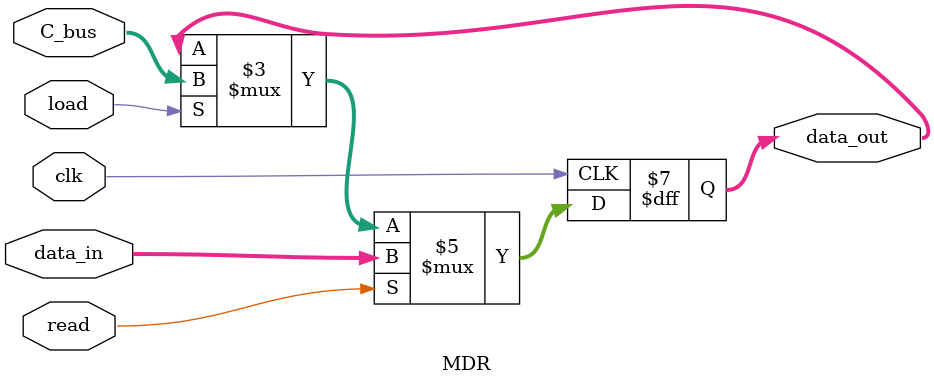
<source format=v>
`timescale 1ns / 1ps
module MDR(clk, load, read, C_bus, data_in, data_out);

input clk, load, read;
input [7:0] C_bus;
input [7:0] data_in;
output [7:0] data_out;
reg [7:0] data_out = 8'b0;

always@(posedge clk)
	begin
		if(load) data_out <= C_bus[7:0];
		if(read) data_out <= data_in;
	end
	
endmodule

</source>
